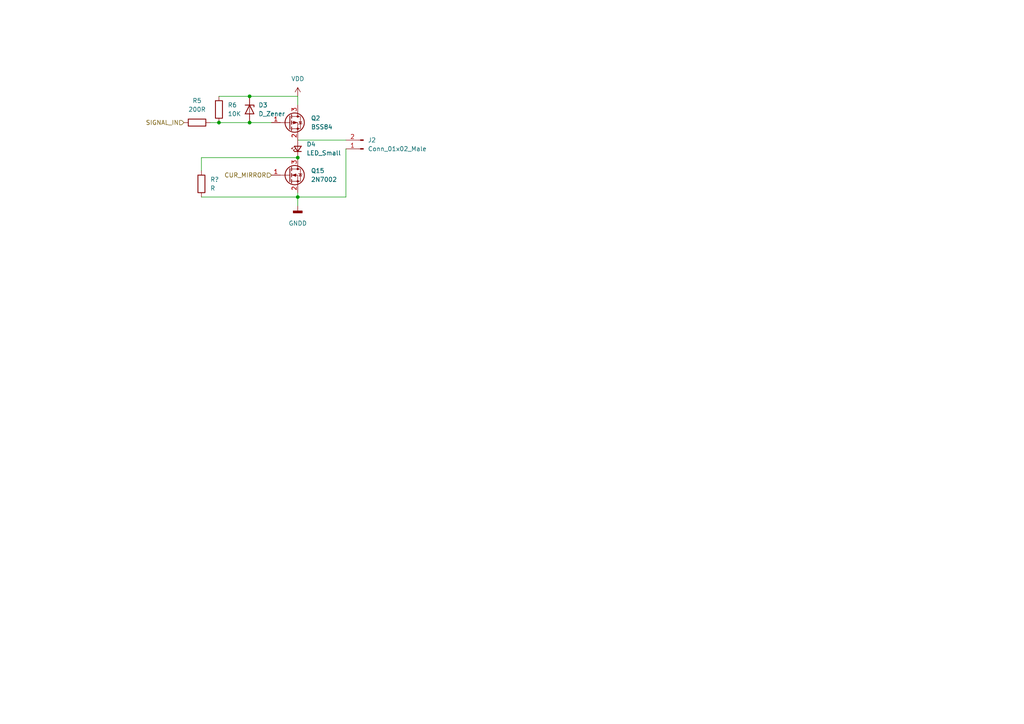
<source format=kicad_sch>
(kicad_sch (version 20211123) (generator eeschema)
  (paper "A4")
  (lib_symbols
    (symbol "Connector:Conn_01x02_Male" (pin_names (offset 1.016) hide)
      (property "Reference" "J" (at 0 2.54 0))
      (property "Value" "Conn_01x02_Male" (at 0 -5.08 0))
      (symbol "Conn_01x02_Male_1_1"
        (polyline (pts (xy 1.27 -2.54) (xy 0.8636 -2.54)) (stroke (width 0.1524)))
        (polyline (pts (xy 1.27 0) (xy 0.8636 0)) (stroke (width 0.1524)))
        (rectangle (start 0.8636 -2.413) (end 0 -2.667) (stroke (width 0.1524)) (fill (type outline)))
        (rectangle (start 0.8636 0.127) (end 0 -0.127) (stroke (width 0.1524)) (fill (type outline)))
        (pin passive line (at 5.08 0 180) (length 3.81) (name "Pin_1") (number "1"))
        (pin passive line (at 5.08 -2.54 180) (length 3.81) (name "Pin_2") (number "2"))
      )
    )
    (symbol "Device:D_Zener" (pin_numbers hide) (pin_names (offset 1.016) hide)
      (property "Reference" "D" (at 0 2.54 0))
      (property "Value" "D_Zener" (at 0 -2.54 0))
      (symbol "D_Zener_0_1"
        (polyline (pts (xy 1.27 0) (xy -1.27 0)))
        (polyline (pts (xy -1.27 -1.27) (xy -1.27 1.27) (xy -0.762 1.27)) (stroke (width 0.254)))
        (polyline (pts (xy 1.27 -1.27) (xy 1.27 1.27) (xy -1.27 0) (xy 1.27 -1.27)) (stroke (width 0.254)))
      )
      (symbol "D_Zener_1_1"
        (pin passive line (at -3.81 0 0) (length 2.54) (name "K") (number "1"))
        (pin passive line (at 3.81 0 180) (length 2.54) (name "A") (number "2"))
      )
    )
    (symbol "Device:LED_Small" (pin_numbers hide) (pin_names (offset 0.254) hide)
      (property "Reference" "D" (at -1.27 3.175 0))
      (property "Value" "LED_Small" (at -4.445 -2.54 0))
      (symbol "LED_Small_0_1"
        (polyline (pts (xy -0.762 -1.016) (xy -0.762 1.016)) (stroke (width 0.254)))
        (polyline (pts (xy 1.016 0) (xy -0.762 0)))
        (polyline (pts (xy 0.762 -1.016) (xy -0.762 0) (xy 0.762 1.016) (xy 0.762 -1.016)) (stroke (width 0.254)))
        (polyline (pts (xy 0 0.762) (xy -0.508 1.27) (xy -0.254 1.27) (xy -0.508 1.27) (xy -0.508 1.016)))
        (polyline (pts (xy 0.508 1.27) (xy 0 1.778) (xy 0.254 1.778) (xy 0 1.778) (xy 0 1.524)))
      )
      (symbol "LED_Small_1_1"
        (pin passive line (at -2.54 0 0) (length 1.778) (name "K") (number "1"))
        (pin passive line (at 2.54 0 180) (length 1.778) (name "A") (number "2"))
      )
    )
    (symbol "Device:R" (pin_numbers hide) (pin_names (offset 0))
      (property "Reference" "R" (at 2.032 0 90))
      (property "Value" "R" (at 0 0 90))
      (symbol "R_0_1"
        (rectangle (start -1.016 -2.54) (end 1.016 2.54) (stroke (width 0.254)))
      )
      (symbol "R_1_1"
        (pin passive line (at 0 3.81 270) (length 1.27) (name "~") (number "1"))
        (pin passive line (at 0 -3.81 90) (length 1.27) (name "~") (number "2"))
      )
    )
    (symbol "Transistor_FET:2N7002" (pin_names hide)
      (property "Reference" "Q" (at 5.08 1.905 0))
      (property "Value" "2N7002" (at 5.08 0 0))
      (symbol "2N7002_0_1"
        (polyline (pts (xy 0.254 0) (xy -2.54 0)))
        (polyline (pts (xy 0.254 1.905) (xy 0.254 -1.905)) (stroke (width 0.254)))
        (polyline (pts (xy 0.762 -1.27) (xy 0.762 -2.286)) (stroke (width 0.254)))
        (polyline (pts (xy 0.762 0.508) (xy 0.762 -0.508)) (stroke (width 0.254)))
        (polyline (pts (xy 0.762 2.286) (xy 0.762 1.27)) (stroke (width 0.254)))
        (polyline (pts (xy 2.54 2.54) (xy 2.54 1.778)))
        (polyline (pts (xy 2.54 -2.54) (xy 2.54 0) (xy 0.762 0)))
        (polyline (pts (xy 0.762 -1.778) (xy 3.302 -1.778) (xy 3.302 1.778) (xy 0.762 1.778)))
        (polyline (pts (xy 1.016 0) (xy 2.032 0.381) (xy 2.032 -0.381) (xy 1.016 0)) (fill (type outline)))
        (polyline (pts (xy 2.794 0.508) (xy 2.921 0.381) (xy 3.683 0.381) (xy 3.81 0.254)))
        (polyline (pts (xy 3.302 0.381) (xy 2.921 -0.254) (xy 3.683 -0.254) (xy 3.302 0.381)))
        (circle (center 1.651 0) (radius 2.794) (stroke (width 0.254)))
        (circle (center 2.54 -1.778) (radius 0.254) (fill (type outline)))
        (circle (center 2.54 1.778) (radius 0.254) (fill (type outline)))
      )
      (symbol "2N7002_1_1"
        (pin input line (at -5.08 0 0) (length 2.54) (name "G") (number "1"))
        (pin passive line (at 2.54 -5.08 90) (length 2.54) (name "S") (number "2"))
        (pin passive line (at 2.54 5.08 270) (length 2.54) (name "D") (number "3"))
      )
    )
    (symbol "Transistor_FET:BSS84" (pin_names hide)
      (property "Reference" "Q" (at 5.08 1.905 0))
      (property "Value" "BSS84" (at 5.08 0 0))
      (symbol "BSS84_0_1"
        (polyline (pts (xy 0.254 0) (xy -2.54 0)))
        (polyline (pts (xy 0.254 1.905) (xy 0.254 -1.905)) (stroke (width 0.254)))
        (polyline (pts (xy 0.762 -1.27) (xy 0.762 -2.286)) (stroke (width 0.254)))
        (polyline (pts (xy 0.762 0.508) (xy 0.762 -0.508)) (stroke (width 0.254)))
        (polyline (pts (xy 0.762 2.286) (xy 0.762 1.27)) (stroke (width 0.254)))
        (polyline (pts (xy 2.54 2.54) (xy 2.54 1.778)))
        (polyline (pts (xy 2.54 -2.54) (xy 2.54 0) (xy 0.762 0)))
        (polyline (pts (xy 0.762 1.778) (xy 3.302 1.778) (xy 3.302 -1.778) (xy 0.762 -1.778)))
        (polyline (pts (xy 2.286 0) (xy 1.27 0.381) (xy 1.27 -0.381) (xy 2.286 0)) (fill (type outline)))
        (polyline (pts (xy 2.794 -0.508) (xy 2.921 -0.381) (xy 3.683 -0.381) (xy 3.81 -0.254)))
        (polyline (pts (xy 3.302 -0.381) (xy 2.921 0.254) (xy 3.683 0.254) (xy 3.302 -0.381)))
        (circle (center 1.651 0) (radius 2.794) (stroke (width 0.254)))
        (circle (center 2.54 -1.778) (radius 0.254) (fill (type outline)))
        (circle (center 2.54 1.778) (radius 0.254) (fill (type outline)))
      )
      (symbol "BSS84_1_1"
        (pin input line (at -5.08 0 0) (length 2.54) (name "G") (number "1"))
        (pin passive line (at 2.54 -5.08 90) (length 2.54) (name "S") (number "2"))
        (pin passive line (at 2.54 5.08 270) (length 2.54) (name "D") (number "3"))
      )
    )
    (symbol "power:GNDD" (power) (pin_names (offset 0))
      (property "Value" "GNDD" (at 0 -3.175 0))
      (symbol "GNDD_0_1"
        (rectangle (start -1.27 -1.524) (end 1.27 -2.032) (stroke (width 0.254)) (fill (type outline)))
        (polyline (pts (xy 0 0) (xy 0 -1.524)))
      )
      (symbol "GNDD_1_1"
        (pin power_in line (at 0 0 270) (length 0) hide (name "GNDD") (number "1"))
      )
    )
    (symbol "power:VDD" (power) (pin_names (offset 0))
      (property "Value" "VDD" (at 0 3.81 0))
      (symbol "VDD_0_1"
        (polyline (pts (xy -0.762 1.27) (xy 0 2.54)))
        (polyline (pts (xy 0 0) (xy 0 2.54)))
        (polyline (pts (xy 0 2.54) (xy 0.762 1.27)))
      )
      (symbol "VDD_1_1"
        (pin power_in line (at 0 0 90) (length 0) hide (name "VDD") (number "1"))
      )
    )
  )
  (junction (at 63.5 35.56))
  (junction (at 72.39 35.56))
  (junction (at 86.36 45.72))
  (junction (at 72.39 27.94))
  (junction (at 86.36 57.15))
  (wire (pts (xy 86.36 55.88) (xy 86.36 57.15)))
  (wire (pts (xy 100.33 40.64) (xy 86.36 40.64)))
  (wire (pts (xy 60.96 35.56) (xy 63.5 35.56)))
  (wire (pts (xy 86.36 27.94) (xy 72.39 27.94)))
  (wire (pts (xy 58.42 57.15) (xy 86.36 57.15)))
  (wire (pts (xy 72.39 35.56) (xy 78.74 35.56)))
  (wire (pts (xy 86.36 45.72) (xy 58.42 45.72)))
  (wire (pts (xy 100.33 57.15) (xy 86.36 57.15)))
  (wire (pts (xy 86.36 30.48) (xy 86.36 27.94)))
  (wire (pts (xy 86.36 57.15) (xy 86.36 59.69)))
  (wire (pts (xy 58.42 45.72) (xy 58.42 49.53)))
  (wire (pts (xy 63.5 35.56) (xy 72.39 35.56)))
  (wire (pts (xy 63.5 27.94) (xy 72.39 27.94)))
  (wire (pts (xy 100.33 43.18) (xy 100.33 57.15)))
  (hierarchical_label "CUR_MIRROR" (shape input) (at 78.74 50.8 180))
  (hierarchical_label "SIGNAL_IN" (shape input) (at 53.34 35.56 180))
  (symbol (lib_id "Device:LED_Small") (at 86.36 43.18 90)
    (property "Reference" "D4" (at 88.9 41.8464 90) (effects (justify right)))
    (property "Value" "LED_Small" (at 88.9 44.3864 90) (effects (justify right)))
    (property "Footprint" "LED_SMD:LED_1206_3216Metric_Pad1.42x1.75mm_HandSolder" (effects hide))
  )
  (symbol (lib_id "power:VDD") (at 86.36 27.94 0)
    (property "Reference" "#PWR06" (effects hide))
    (property "Value" "VDD" (at 86.36 22.86 0))
  )
  (symbol (lib_id "Transistor_FET:BSS84") (at 83.82 35.56 0)
    (property "Reference" "Q2" (at 90.17 34.2899 0) (effects (justify left)))
    (property "Value" "BSS84" (at 90.17 36.8299 0) (effects (justify left)))
    (property "Footprint" "Package_TO_SOT_SMD:SOT-23" (effects hide))
    (property "Datasheet" "http://assets.nexperia.com/documents/data-sheet/BSS84.pdf" (effects hide))
  )
  (symbol (lib_id "Transistor_FET:2N7002") (at 83.82 50.8 0)
    (property "Reference" "Q15" (at 90.17 49.5299 0) (effects (justify left)))
    (property "Value" "2N7002" (at 90.17 52.0699 0) (effects (justify left)))
    (property "Footprint" "Package_TO_SOT_SMD:SOT-23" (effects hide))
    (property "Datasheet" "https://www.onsemi.com/pub/Collateral/NDS7002A-D.PDF" (effects hide))
  )
  (symbol (lib_id "Device:D_Zener") (at 72.39 31.75 270)
    (property "Reference" "D3" (at 74.93 30.4799 90) (effects (justify left)))
    (property "Value" "D_Zener" (at 74.93 33.0199 90) (effects (justify left)))
    (property "Footprint" "Diode_SMD:D_SOT-23_ANK" (effects hide))
  )
  (symbol (lib_id "Connector:Conn_01x02_Male") (at 105.41 43.18 180)
    (property "Reference" "J2" (at 106.68 40.6399 0) (effects (justify right)))
    (property "Value" "Conn_01x02_Male" (at 106.68 43.1799 0) (effects (justify right)))
    (property "Footprint" "Connector_JST:JST_XH_B2B-XH-A_1x02_P2.50mm_Vertical" (effects hide))
  )
  (symbol (lib_id "power:GNDD") (at 86.36 59.69 0)
    (property "Reference" "#PWR07" (effects hide))
    (property "Value" "GNDD" (at 86.36 64.77 0))
  )
  (symbol (lib_id "Device:R") (at 58.42 53.34 0)
    (property "Reference" "R?" (at 60.96 52.0699 0) (effects (justify left)))
    (property "Value" "R" (at 60.96 54.6099 0) (effects (justify left)))
  )
  (symbol (lib_id "Device:R") (at 63.5 31.75 0)
    (property "Reference" "R6" (at 66.04 30.4799 0) (effects (justify left)))
    (property "Value" "10K" (at 66.04 33.0199 0) (effects (justify left)))
    (property "Footprint" "Resistor_SMD:R_1206_3216Metric_Pad1.30x1.75mm_HandSolder" (effects hide))
  )
  (symbol (lib_id "Device:R") (at 57.15 35.56 270)
    (property "Reference" "R5" (at 57.15 29.21 90))
    (property "Value" "200R" (at 57.15 31.75 90))
    (property "Footprint" "Resistor_SMD:R_1206_3216Metric_Pad1.30x1.75mm_HandSolder" (effects hide))
  )
)
</source>
